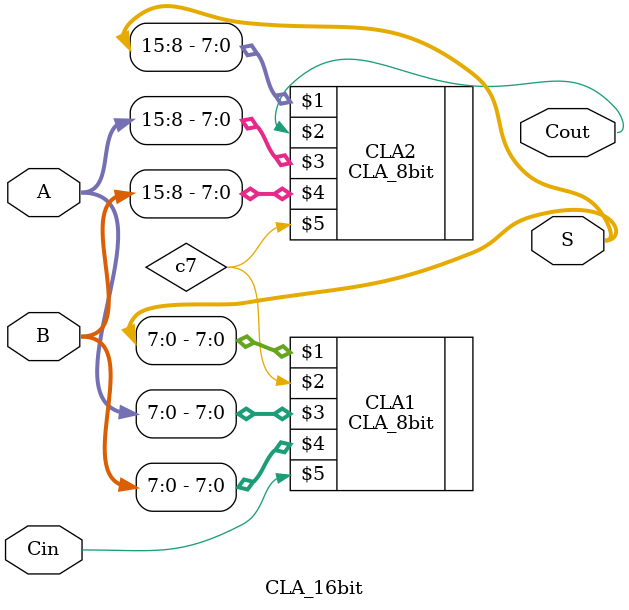
<source format=v>
`timescale 1ns / 1ps
module CLA_16bit(
    output [15:0] S,
    output Cout,
	 // PG and GG = Propagate and generate group carry
    input [15:0] A,B,
    input Cin
    );
	 
	 wire c7;
	 
	 CLA_8bit CLA1(S[7:0],c7,A[7:0],B[7:0],Cin);
	 CLA_8bit CLA2(S[15:8],Cout,A[15:8],B[15:8],c7);


endmodule

</source>
